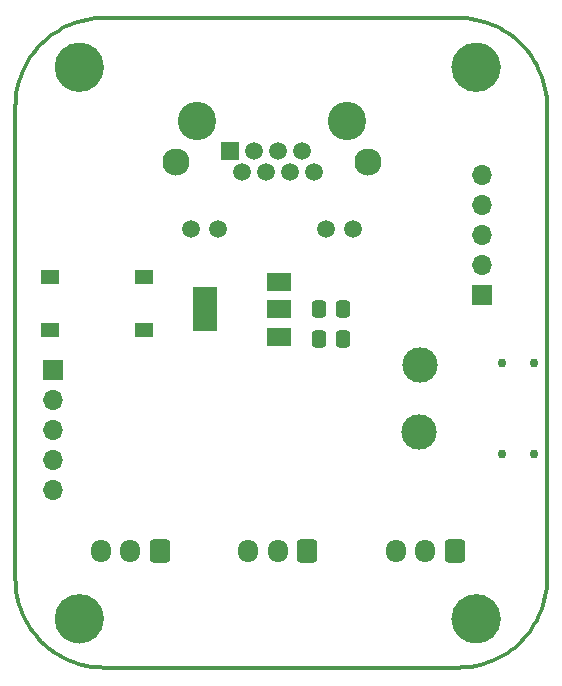
<source format=gbr>
%TF.GenerationSoftware,KiCad,Pcbnew,6.0.10+dfsg-1~bpo11+1*%
%TF.CreationDate,2023-01-30T12:17:40-06:00*%
%TF.ProjectId,Pedals,50656461-6c73-42e6-9b69-6361645f7063,rev?*%
%TF.SameCoordinates,Original*%
%TF.FileFunction,Soldermask,Bot*%
%TF.FilePolarity,Negative*%
%FSLAX46Y46*%
G04 Gerber Fmt 4.6, Leading zero omitted, Abs format (unit mm)*
G04 Created by KiCad (PCBNEW 6.0.10+dfsg-1~bpo11+1) date 2023-01-30 12:17:40*
%MOMM*%
%LPD*%
G01*
G04 APERTURE LIST*
G04 Aperture macros list*
%AMRoundRect*
0 Rectangle with rounded corners*
0 $1 Rounding radius*
0 $2 $3 $4 $5 $6 $7 $8 $9 X,Y pos of 4 corners*
0 Add a 4 corners polygon primitive as box body*
4,1,4,$2,$3,$4,$5,$6,$7,$8,$9,$2,$3,0*
0 Add four circle primitives for the rounded corners*
1,1,$1+$1,$2,$3*
1,1,$1+$1,$4,$5*
1,1,$1+$1,$6,$7*
1,1,$1+$1,$8,$9*
0 Add four rect primitives between the rounded corners*
20,1,$1+$1,$2,$3,$4,$5,0*
20,1,$1+$1,$4,$5,$6,$7,0*
20,1,$1+$1,$6,$7,$8,$9,0*
20,1,$1+$1,$8,$9,$2,$3,0*%
G04 Aperture macros list end*
%TA.AperFunction,Profile*%
%ADD10C,0.349999*%
%TD*%
%TA.AperFunction,Profile*%
%ADD11C,2.075000*%
%TD*%
%ADD12C,3.000000*%
%ADD13RoundRect,0.250000X0.600000X0.725000X-0.600000X0.725000X-0.600000X-0.725000X0.600000X-0.725000X0*%
%ADD14O,1.700000X1.950000*%
%ADD15C,3.250000*%
%ADD16R,1.500000X1.500000*%
%ADD17C,1.500000*%
%ADD18C,2.300000*%
%ADD19C,0.750000*%
%ADD20R,1.700000X1.700000*%
%ADD21O,1.700000X1.700000*%
%ADD22RoundRect,0.250000X-0.337500X-0.475000X0.337500X-0.475000X0.337500X0.475000X-0.337500X0.475000X0*%
%ADD23R,1.550000X1.300000*%
%ADD24R,2.000000X1.500000*%
%ADD25R,2.000000X3.800000*%
G04 APERTURE END LIST*
D10*
X125183550Y-75797418D02*
X125363960Y-75478420D01*
X166262042Y-73300778D02*
X166553182Y-73527581D01*
X124624190Y-121510361D02*
X124526193Y-121157226D01*
X124336701Y-78587814D02*
X124382194Y-78221573D01*
X161799997Y-71829097D02*
X162171901Y-71838314D01*
X129971872Y-126602905D02*
X129618736Y-126504908D01*
X131058717Y-71865797D02*
X131428097Y-71838314D01*
X169299997Y-79329097D02*
X169299997Y-119329097D01*
X168416448Y-75797418D02*
X168580885Y-76124473D01*
X126766193Y-124888857D02*
X126496700Y-124632400D01*
X129971872Y-72055289D02*
X130329990Y-71974539D01*
X167359757Y-74295289D02*
X167601514Y-74575913D01*
X163270007Y-71974539D02*
X163628126Y-72055289D01*
X169290780Y-119701000D02*
X169263297Y-120070380D01*
X163981261Y-126504908D02*
X163628126Y-126602905D01*
X124382194Y-78221573D02*
X124445443Y-77859086D01*
X131800000Y-126829097D02*
X131428097Y-126819879D01*
X127337956Y-73300778D02*
X127638996Y-73089185D01*
X131428097Y-126819879D02*
X131058717Y-126792397D01*
X126240242Y-74295289D02*
X126496700Y-74025796D01*
X165650675Y-125765138D02*
X165331676Y-125945548D01*
X169154555Y-120799107D02*
X169073805Y-121157226D01*
X168580885Y-76124473D02*
X168729094Y-76458971D01*
X124870904Y-76458971D02*
X125019113Y-76124473D01*
X166553182Y-73527581D02*
X166833806Y-73769338D01*
X163628126Y-72055289D02*
X163981261Y-72153286D01*
X127949323Y-72893056D02*
X128268322Y-72712646D01*
X168860820Y-121857898D02*
X168729094Y-122199223D01*
X125363960Y-123179774D02*
X125183550Y-122860776D01*
X167601514Y-124082282D02*
X167359757Y-124362906D01*
X129618736Y-126504908D02*
X129271199Y-126389919D01*
X124336701Y-120070380D02*
X124309218Y-119701000D01*
X130692477Y-71911290D02*
X131058717Y-71865797D01*
X161799997Y-126829097D02*
X131800000Y-126829097D01*
X125998484Y-124082282D02*
X125771682Y-123791142D01*
X169073805Y-77500968D02*
X169154555Y-77859086D01*
X163628126Y-126602905D02*
X163270007Y-126683655D01*
X168975808Y-77147833D02*
X169073805Y-77500968D01*
X164328798Y-126389919D02*
X163981261Y-126504908D01*
X127337956Y-125357417D02*
X127046816Y-125130614D01*
X124309218Y-119701000D02*
X124300001Y-119329097D01*
D11*
X130737500Y-76000000D02*
G75*
G03*
X130737500Y-76000000I-1037500J0D01*
G01*
D10*
X161799997Y-71829097D02*
X161799997Y-71829097D01*
X129618736Y-72153286D02*
X129971872Y-72055289D01*
X125771682Y-123791142D02*
X125560089Y-123490101D01*
X124300001Y-79329097D02*
X124309218Y-78957193D01*
X127046816Y-125130614D02*
X126766193Y-124888857D01*
X124739178Y-76800295D02*
X124870904Y-76458971D01*
X126496700Y-124632400D02*
X126240242Y-124362906D01*
X166553182Y-125130614D02*
X166262042Y-125357417D01*
X165650675Y-72893056D02*
X165961002Y-73089185D01*
X169263297Y-120070380D02*
X169217804Y-120436620D01*
X127638996Y-125569009D02*
X127337956Y-125357417D01*
X130329990Y-126683655D02*
X129971872Y-126602905D01*
X124739178Y-121857898D02*
X124624190Y-121510361D01*
X128595377Y-72548209D02*
X128929874Y-72400000D01*
X167103300Y-74025796D02*
X167359757Y-74295289D01*
X162541280Y-71865797D02*
X162907520Y-71911290D01*
X162171901Y-71838314D02*
X162541280Y-71865797D01*
X166833806Y-73769338D02*
X167103300Y-74025796D01*
X162907520Y-71911290D02*
X163270007Y-71974539D01*
X131058717Y-126792397D02*
X130692477Y-126746904D01*
X124382194Y-120436620D02*
X124336701Y-120070380D01*
X168729094Y-122199223D02*
X168580885Y-122533720D01*
X165961002Y-73089185D02*
X166262042Y-73300778D01*
X125560089Y-123490101D02*
X125363960Y-123179774D01*
X165004621Y-72548209D02*
X165331676Y-72712646D01*
X168729094Y-76458971D02*
X168860820Y-76800295D01*
X168416448Y-122860776D02*
X168236038Y-123179774D01*
X164670123Y-72400000D02*
X165004621Y-72548209D01*
X163981261Y-72153286D02*
X164328798Y-72268274D01*
X165331676Y-72712646D02*
X165650675Y-72893056D01*
X126766193Y-73769338D02*
X127046816Y-73527581D01*
X129271199Y-72268274D02*
X129618736Y-72153286D01*
X165331676Y-125945548D02*
X165004621Y-126109985D01*
X169299997Y-119329097D02*
X169290780Y-119701000D01*
X126240242Y-124362906D02*
X125998484Y-124082282D01*
X131800000Y-71829097D02*
X161799997Y-71829097D01*
X126496700Y-74025796D02*
X126766193Y-73769338D01*
X169073805Y-121157226D02*
X168975808Y-121510361D01*
X166262042Y-125357417D02*
X165961002Y-125569009D01*
D11*
X164337500Y-76000000D02*
G75*
G03*
X164337500Y-76000000I-1037500J0D01*
G01*
D10*
X168236038Y-123179774D02*
X168039910Y-123490101D01*
X169154555Y-77859086D02*
X169217804Y-78221573D01*
X169217804Y-120436620D02*
X169154555Y-120799107D01*
X129271199Y-126389919D02*
X128929874Y-126258193D01*
X167828317Y-123791142D02*
X167601514Y-124082282D01*
X124445443Y-77859086D02*
X124526193Y-77500968D01*
X128268322Y-125945548D02*
X127949323Y-125765138D01*
X165004621Y-126109985D02*
X164670123Y-126258193D01*
X168236038Y-75478420D02*
X168416448Y-75797418D01*
X130329990Y-71974539D02*
X130692477Y-71911290D01*
X126496700Y-124632400D02*
X126496700Y-124632400D01*
X124526193Y-77500968D02*
X124624190Y-77147833D01*
X168975808Y-121510361D02*
X168860820Y-121857898D01*
X124526193Y-121157226D02*
X124445443Y-120799107D01*
X169290780Y-78957193D02*
X169299997Y-79329097D01*
X131428097Y-71838314D02*
X131800000Y-71829097D01*
X127046816Y-73527581D02*
X127337956Y-73300778D01*
X131800000Y-71829097D02*
X131800000Y-71829097D01*
X166833806Y-124888857D02*
X166553182Y-125130614D01*
X125183550Y-122860776D02*
X125019113Y-122533720D01*
X162541280Y-126792397D02*
X162171901Y-126819879D01*
X125771682Y-74867052D02*
X125998484Y-74575913D01*
X127638996Y-73089185D02*
X127949323Y-72893056D01*
X128929874Y-126258193D02*
X128595377Y-126109985D01*
X168039910Y-75168093D02*
X168236038Y-75478420D01*
X169299997Y-79329097D02*
X169299997Y-79329097D01*
X130692477Y-126746904D02*
X130329990Y-126683655D01*
X163270007Y-126683655D02*
X162907520Y-126746904D01*
X161799997Y-126829097D02*
X161799997Y-126829097D01*
D11*
X130737500Y-122700000D02*
G75*
G03*
X130737500Y-122700000I-1037500J0D01*
G01*
D10*
X167359757Y-124362906D02*
X167103300Y-124632400D01*
X124624190Y-77147833D02*
X124739178Y-76800295D01*
X125560089Y-75168093D02*
X125771682Y-74867052D01*
X125998484Y-74575913D02*
X126240242Y-74295289D01*
X167828317Y-74867052D02*
X168039910Y-75168093D01*
X165961002Y-125569009D02*
X165650675Y-125765138D01*
X127949323Y-125765138D02*
X127638996Y-125569009D01*
X125363960Y-75478420D02*
X125560089Y-75168093D01*
X128595377Y-126109985D02*
X128268322Y-125945548D01*
X164670123Y-126258193D02*
X164328798Y-126389919D01*
X131800000Y-126829097D02*
X131800000Y-126829097D01*
X168580885Y-122533720D02*
X168416448Y-122860776D01*
X124445443Y-120799107D02*
X124382194Y-120436620D01*
X167103300Y-74025796D02*
X167103300Y-74025796D01*
X128268322Y-72712646D02*
X128595377Y-72548209D01*
D11*
X164337500Y-122700000D02*
G75*
G03*
X164337500Y-122700000I-1037500J0D01*
G01*
D10*
X169263297Y-78587814D02*
X169290780Y-78957193D01*
X169299997Y-119329097D02*
X169299997Y-119329097D01*
X168039910Y-123490101D02*
X167828317Y-123791142D01*
X162907520Y-126746904D02*
X162541280Y-126792397D01*
X124300001Y-79329097D02*
X124300001Y-79329097D01*
X124309218Y-78957193D02*
X124336701Y-78587814D01*
X168860820Y-76800295D02*
X168975808Y-77147833D01*
X125019113Y-122533720D02*
X124870904Y-122199223D01*
X164328798Y-72268274D02*
X164670123Y-72400000D01*
X128929874Y-72400000D02*
X129271199Y-72268274D01*
X126496700Y-74025796D02*
X126496700Y-74025796D01*
X162171901Y-126819879D02*
X161799997Y-126829097D01*
X124870904Y-122199223D02*
X124739178Y-121857898D01*
X124300001Y-119329097D02*
X124300001Y-79329097D01*
X167103300Y-124632400D02*
X166833806Y-124888857D01*
X167601514Y-74575913D02*
X167828317Y-74867052D01*
X167103300Y-124632400D02*
X167103300Y-124632400D01*
X169217804Y-78221573D02*
X169263297Y-78587814D01*
X125019113Y-76124473D02*
X125183550Y-75797418D01*
D12*
%TO.C,GND1*%
X158450000Y-106900000D03*
%TD*%
%TO.C,5V1*%
X158550000Y-101250000D03*
%TD*%
D13*
%TO.C,BRAKE1*%
X149000000Y-116935000D03*
D14*
X146500000Y-116935000D03*
X144000000Y-116935000D03*
%TD*%
D13*
%TO.C,CLUTCH1*%
X161500000Y-116967500D03*
D14*
X159000000Y-116967500D03*
X156500000Y-116967500D03*
%TD*%
D15*
%TO.C,DATA1*%
X152350000Y-80585000D03*
X139650000Y-80585000D03*
D16*
X142440000Y-83125000D03*
D17*
X143456000Y-84905000D03*
X144472000Y-83125000D03*
X145488000Y-84905000D03*
X146504000Y-83125000D03*
X147520000Y-84905000D03*
X148536000Y-83125000D03*
X149552000Y-84905000D03*
X139140000Y-89725000D03*
X141430000Y-89725000D03*
X150570000Y-89725000D03*
X152860000Y-89725000D03*
D18*
X137870000Y-84015000D03*
X154130000Y-84015000D03*
%TD*%
D19*
%TO.C,RST1*%
X168225000Y-108750000D03*
X165475000Y-108750000D03*
%TD*%
%TO.C,BOOT1*%
X168225000Y-101000000D03*
X165475000Y-101000000D03*
%TD*%
D20*
%TO.C,UART_PGRM1*%
X127500000Y-101600000D03*
D21*
X127500000Y-104140000D03*
X127500000Y-106680000D03*
X127500000Y-109220000D03*
X127500000Y-111760000D03*
%TD*%
D13*
%TO.C,ACCEL1*%
X136500000Y-116967500D03*
D14*
X134000000Y-116967500D03*
X131500000Y-116967500D03*
%TD*%
D20*
%TO.C,ST-LINK1*%
X163800000Y-95300000D03*
D21*
X163800000Y-92760000D03*
X163800000Y-90220000D03*
X163800000Y-87680000D03*
X163800000Y-85140000D03*
%TD*%
D22*
%TO.C,C4*%
X149962500Y-99000000D03*
X152037500Y-99000000D03*
%TD*%
D23*
%TO.C,MODE1*%
X127225000Y-93750000D03*
X135175000Y-93750000D03*
X127225000Y-98250000D03*
X135175000Y-98250000D03*
%TD*%
D22*
%TO.C,C5*%
X149962500Y-96500000D03*
X152037500Y-96500000D03*
%TD*%
D24*
%TO.C,U2*%
X146650000Y-94200000D03*
X146650000Y-96500000D03*
D25*
X140350000Y-96500000D03*
D24*
X146650000Y-98800000D03*
%TD*%
M02*

</source>
